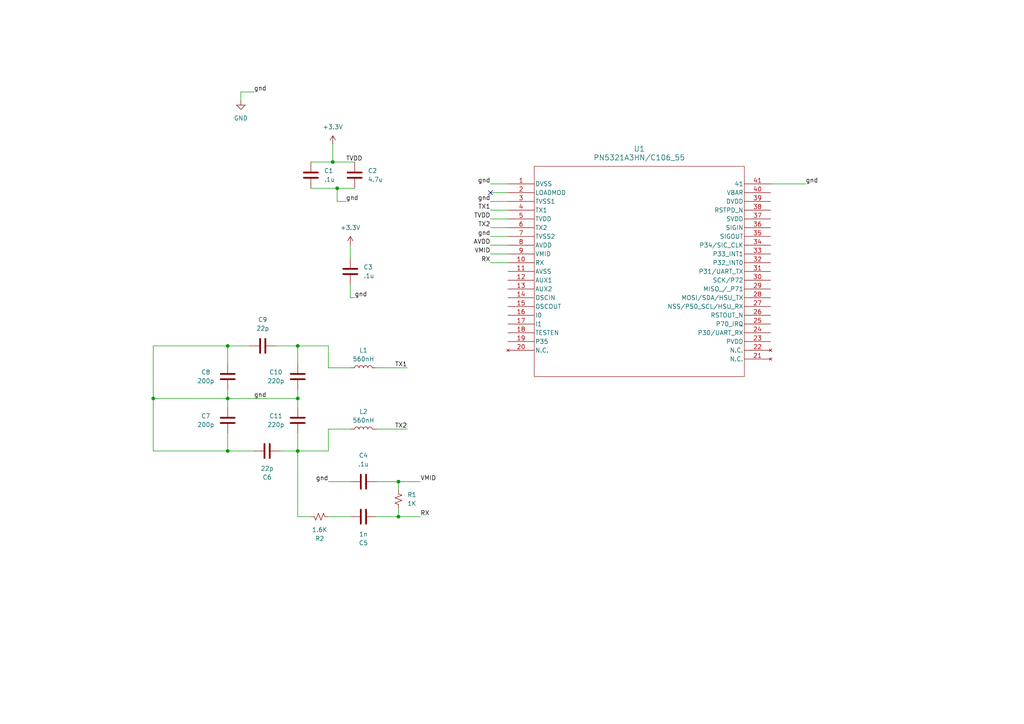
<source format=kicad_sch>
(kicad_sch (version 20231120) (generator "eeschema") (generator_version "8.0")
  (paper "A4")
  (lib_symbols
    (symbol "Device:C" (pin_numbers hide) (pin_names (offset 0.254))
      (property "Reference" "C" (at 0.635 2.54 0))
      (property "Value" "C" (at 0.635 -2.54 0))
      (symbol "C_0_1"
        (polyline (pts (xy -2.032 -0.762) (xy 2.032 -0.762)) (stroke (width 0.508)))
        (polyline (pts (xy -2.032 0.762) (xy 2.032 0.762)) (stroke (width 0.508)))
      )
      (symbol "C_1_1"
        (pin passive line (at 0 3.81 270) (length 2.794) (name "~") (number "1"))
        (pin passive line (at 0 -3.81 90) (length 2.794) (name "~") (number "2"))
      )
    )
    (symbol "Device:L" (pin_numbers hide) (pin_names (offset 1.016) hide)
      (property "Reference" "L" (at -1.27 0 90))
      (property "Value" "L" (at 1.905 0 90))
      (symbol "L_0_1"
        (arc (start 0 -2.54) (mid 0.6323 -1.905) (end 0 -1.27))
        (arc (start 0 -1.27) (mid 0.6323 -0.635) (end 0 0))
        (arc (start 0 0) (mid 0.6323 0.635) (end 0 1.27))
        (arc (start 0 1.27) (mid 0.6323 1.905) (end 0 2.54))
      )
      (symbol "L_1_1"
        (pin passive line (at 0 3.81 270) (length 1.27) (name "1") (number "1"))
        (pin passive line (at 0 -3.81 90) (length 1.27) (name "2") (number "2"))
      )
    )
    (symbol "Device:R_Small_US" (pin_numbers hide) (pin_names (offset 0.254) hide)
      (property "Reference" "R" (at 0.762 0.508 0))
      (property "Value" "R_Small_US" (at 0.762 -1.016 0))
      (symbol "R_Small_US_1_1"
        (polyline (pts (xy 0 0) (xy 1.016 -0.381) (xy 0 -0.762) (xy -1.016 -1.143) (xy 0 -1.524)))
        (polyline (pts (xy 0 1.524) (xy 1.016 1.143) (xy 0 0.762) (xy -1.016 0.381) (xy 0 0)))
        (pin passive line (at 0 2.54 270) (length 1.016) (name "~") (number "1"))
        (pin passive line (at 0 -2.54 90) (length 1.016) (name "~") (number "2"))
      )
    )
    (symbol "Orb_library:PN5321A3HN_C106_55" (pin_names (offset 0.254))
      (property "Reference" "U" (at 38.1 10.16 0))
      (property "Value" "PN5321A3HN/C106_55" (at 38.1 7.62 0))
      (symbol "PN5321A3HN_C106_55_0_1"
        (polyline (pts (xy 7.62 -55.88) (xy 68.58 -55.88)) (stroke (width 0.127)))
        (polyline (pts (xy 7.62 5.08) (xy 7.62 -55.88)) (stroke (width 0.127)))
        (polyline (pts (xy 68.58 -55.88) (xy 68.58 5.08)) (stroke (width 0.127)))
        (polyline (pts (xy 68.58 5.08) (xy 7.62 5.08)) (stroke (width 0.127)))
        (pin power_out line (at 0 0 0) (length 7.62) (name "DVSS") (number "1"))
        (pin input line (at 0 -22.86 0) (length 7.62) (name "RX") (number "10"))
        (pin power_out line (at 0 -25.4 0) (length 7.62) (name "AVSS") (number "11"))
        (pin bidirectional line (at 0 -27.94 0) (length 7.62) (name "AUX1") (number "12"))
        (pin bidirectional line (at 0 -30.48 0) (length 7.62) (name "AUX2") (number "13"))
        (pin input line (at 0 -33.02 0) (length 7.62) (name "OSCIN") (number "14"))
        (pin output line (at 0 -35.56 0) (length 7.62) (name "OSCOUT") (number "15"))
        (pin input line (at 0 -38.1 0) (length 7.62) (name "I0") (number "16"))
        (pin input line (at 0 -40.64 0) (length 7.62) (name "I1") (number "17"))
        (pin input line (at 0 -43.18 0) (length 7.62) (name "TESTEN") (number "18"))
        (pin bidirectional line (at 0 -45.72 0) (length 7.62) (name "P35") (number "19"))
        (pin output line (at 0 -2.54 0) (length 7.62) (name "LOADMOD") (number "2"))
        (pin no_connect line (at 0 -48.26 0) (length 7.62) (name "N.C.") (number "20"))
        (pin no_connect line (at 76.2 -50.8 180) (length 7.62) (name "N.C.") (number "21"))
        (pin no_connect line (at 76.2 -48.26 180) (length 7.62) (name "N.C.") (number "22"))
        (pin power_in line (at 76.2 -45.72 180) (length 7.62) (name "PVDD") (number "23"))
        (pin bidirectional line (at 76.2 -43.18 180) (length 7.62) (name "P30/UART_RX") (number "24"))
        (pin bidirectional line (at 76.2 -40.64 180) (length 7.62) (name "P70_IRQ") (number "25"))
        (pin output line (at 76.2 -38.1 180) (length 7.62) (name "RSTOUT_N") (number "26"))
        (pin bidirectional line (at 76.2 -35.56 180) (length 7.62) (name "NSS/P50_SCL/HSU_RX") (number "27"))
        (pin bidirectional line (at 76.2 -33.02 180) (length 7.62) (name "MOSI/SDA/HSU_TX") (number "28"))
        (pin bidirectional line (at 76.2 -30.48 180) (length 7.62) (name "MISO_/_P71") (number "29"))
        (pin power_out line (at 0 -5.08 0) (length 7.62) (name "TVSS1") (number "3"))
        (pin bidirectional line (at 76.2 -27.94 180) (length 7.62) (name "SCK/P72") (number "30"))
        (pin bidirectional line (at 76.2 -25.4 180) (length 7.62) (name "P31/UART_TX") (number "31"))
        (pin bidirectional line (at 76.2 -22.86 180) (length 7.62) (name "P32_INT0") (number "32"))
        (pin bidirectional line (at 76.2 -20.32 180) (length 7.62) (name "P33_INT1") (number "33"))
        (pin bidirectional line (at 76.2 -17.78 180) (length 7.62) (name "P34/SIC_CLK") (number "34"))
        (pin output line (at 76.2 -15.24 180) (length 7.62) (name "SIGOUT") (number "35"))
        (pin input line (at 76.2 -12.7 180) (length 7.62) (name "SIGIN") (number "36"))
        (pin power_in line (at 76.2 -10.16 180) (length 7.62) (name "SVDD") (number "37"))
        (pin input line (at 76.2 -7.62 180) (length 7.62) (name "RSTPD_N") (number "38"))
        (pin power_in line (at 76.2 -5.08 180) (length 7.62) (name "DVDD") (number "39"))
        (pin bidirectional line (at 0 -7.62 0) (length 7.62) (name "TX1") (number "4"))
        (pin power_in line (at 76.2 -2.54 180) (length 7.62) (name "VBAR") (number "40"))
        (pin unspecified line (at 76.2 0 180) (length 7.62) (name "41") (number "41"))
        (pin power_in line (at 0 -10.16 0) (length 7.62) (name "TVDD") (number "5"))
        (pin bidirectional line (at 0 -12.7 0) (length 7.62) (name "TX2") (number "6"))
        (pin power_out line (at 0 -15.24 0) (length 7.62) (name "TVSS2") (number "7"))
        (pin power_in line (at 0 -17.78 0) (length 7.62) (name "AVDD") (number "8"))
        (pin output line (at 0 -20.32 0) (length 7.62) (name "VMID") (number "9"))
      )
    )
    (symbol "power:+3.3V" (power) (pin_numbers hide) (pin_names (offset 0) hide)
      (property "Value" "+3.3V" (at 0 3.556 0))
      (symbol "+3.3V_0_1"
        (polyline (pts (xy -0.762 1.27) (xy 0 2.54)))
        (polyline (pts (xy 0 0) (xy 0 2.54)))
        (polyline (pts (xy 0 2.54) (xy 0.762 1.27)))
      )
      (symbol "+3.3V_1_1"
        (pin power_in line (at 0 0 90) (length 0) (name "~") (number "1"))
      )
    )
    (symbol "power:GND" (power) (pin_numbers hide) (pin_names (offset 0) hide)
      (property "Value" "GND" (at 0 -3.81 0))
      (symbol "GND_0_1"
        (polyline (pts (xy 0 0) (xy 0 -1.27) (xy 1.27 -1.27) (xy 0 -2.54) (xy -1.27 -1.27) (xy 0 -1.27)))
      )
      (symbol "GND_1_1"
        (pin power_in line (at 0 0 270) (length 0) (name "~") (number "1"))
      )
    )
  )
  (junction (at 86.36 100.33))
  (junction (at 66.04 130.81))
  (junction (at 44.45 115.57))
  (junction (at 86.36 130.81))
  (junction (at 66.04 100.33))
  (junction (at 115.57 139.7))
  (junction (at 97.79 54.61))
  (junction (at 115.57 149.86))
  (junction (at 96.52 46.99))
  (junction (at 66.04 115.57))
  (junction (at 86.36 115.57))
  (no_connect (at 142.24 55.88))
  (wire (pts (xy 102.87 54.61) (xy 97.79 54.61)))
  (wire (pts (xy 95.25 106.68) (xy 95.25 100.33)))
  (wire (pts (xy 66.04 100.33) (xy 44.45 100.33)))
  (wire (pts (xy 142.24 53.34) (xy 147.32 53.34)))
  (wire (pts (xy 66.04 115.57) (xy 44.45 115.57)))
  (wire (pts (xy 142.24 76.2) (xy 147.32 76.2)))
  (wire (pts (xy 72.39 100.33) (xy 66.04 100.33)))
  (wire (pts (xy 97.79 54.61) (xy 90.17 54.61)))
  (wire (pts (xy 142.24 63.5) (xy 147.32 63.5)))
  (wire (pts (xy 115.57 139.7) (xy 115.57 142.24)))
  (wire (pts (xy 66.04 105.41) (xy 66.04 100.33)))
  (wire (pts (xy 102.87 46.99) (xy 96.52 46.99)))
  (wire (pts (xy 142.24 58.42) (xy 147.32 58.42)))
  (wire (pts (xy 66.04 113.03) (xy 66.04 115.57)))
  (wire (pts (xy 81.28 130.81) (xy 86.36 130.81)))
  (wire (pts (xy 86.36 115.57) (xy 86.36 118.11)))
  (wire (pts (xy 109.22 124.46) (xy 118.11 124.46)))
  (wire (pts (xy 66.04 118.11) (xy 66.04 115.57)))
  (wire (pts (xy 95.25 149.86) (xy 101.6 149.86)))
  (wire (pts (xy 86.36 113.03) (xy 86.36 115.57)))
  (wire (pts (xy 44.45 115.57) (xy 44.45 130.81)))
  (wire (pts (xy 142.24 68.58) (xy 147.32 68.58)))
  (wire (pts (xy 80.01 100.33) (xy 86.36 100.33)))
  (wire (pts (xy 101.6 71.12) (xy 101.6 74.93)))
  (wire (pts (xy 96.52 46.99) (xy 90.17 46.99)))
  (wire (pts (xy 95.25 130.81) (xy 95.25 124.46)))
  (wire (pts (xy 86.36 100.33) (xy 86.36 105.41)))
  (wire (pts (xy 142.24 73.66) (xy 147.32 73.66)))
  (wire (pts (xy 96.52 41.91) (xy 96.52 46.99)))
  (wire (pts (xy 95.25 124.46) (xy 101.6 124.46)))
  (wire (pts (xy 95.25 100.33) (xy 86.36 100.33)))
  (wire (pts (xy 69.85 26.67) (xy 69.85 29.21)))
  (wire (pts (xy 109.22 149.86) (xy 115.57 149.86)))
  (wire (pts (xy 66.04 115.57) (xy 86.36 115.57)))
  (wire (pts (xy 97.79 58.42) (xy 100.33 58.42)))
  (wire (pts (xy 109.22 106.68) (xy 118.11 106.68)))
  (wire (pts (xy 69.85 26.67) (xy 73.66 26.67)))
  (wire (pts (xy 97.79 54.61) (xy 97.79 58.42)))
  (wire (pts (xy 223.52 53.34) (xy 233.68 53.34)))
  (wire (pts (xy 66.04 125.73) (xy 66.04 130.81)))
  (wire (pts (xy 44.45 130.81) (xy 66.04 130.81)))
  (wire (pts (xy 142.24 60.96) (xy 147.32 60.96)))
  (wire (pts (xy 86.36 125.73) (xy 86.36 130.81)))
  (wire (pts (xy 66.04 130.81) (xy 73.66 130.81)))
  (wire (pts (xy 90.17 149.86) (xy 86.36 149.86)))
  (wire (pts (xy 142.24 66.04) (xy 147.32 66.04)))
  (wire (pts (xy 121.92 139.7) (xy 115.57 139.7)))
  (wire (pts (xy 142.24 55.88) (xy 147.32 55.88)))
  (wire (pts (xy 86.36 130.81) (xy 95.25 130.81)))
  (wire (pts (xy 115.57 149.86) (xy 121.92 149.86)))
  (wire (pts (xy 101.6 106.68) (xy 95.25 106.68)))
  (wire (pts (xy 95.25 139.7) (xy 101.6 139.7)))
  (wire (pts (xy 86.36 130.81) (xy 86.36 149.86)))
  (wire (pts (xy 101.6 86.36) (xy 102.87 86.36)))
  (wire (pts (xy 142.24 71.12) (xy 147.32 71.12)))
  (wire (pts (xy 115.57 147.32) (xy 115.57 149.86)))
  (wire (pts (xy 109.22 139.7) (xy 115.57 139.7)))
  (wire (pts (xy 44.45 100.33) (xy 44.45 115.57)))
  (wire (pts (xy 101.6 82.55) (xy 101.6 86.36)))
  (label "gnd" (at 100.33 58.42 0))
  (label "gnd" (at 142.24 53.34 180))
  (label "AVDD" (at 142.24 71.12 180))
  (label "gnd" (at 102.87 86.36 0))
  (label "TX1" (at 118.11 106.68 180))
  (label "TX2" (at 142.24 66.04 180))
  (label "VMID" (at 142.24 73.66 180))
  (label "gnd" (at 233.68 53.34 0))
  (label "gnd" (at 73.66 115.57 0))
  (label "gnd" (at 73.66 26.67 0))
  (label "gnd" (at 95.25 139.7 180))
  (label "TVDD" (at 100.33 46.99 0))
  (label "gnd" (at 142.24 68.58 180))
  (label "TX2" (at 118.11 124.46 180))
  (label "VMID" (at 121.92 139.7 0))
  (label "TVDD" (at 142.24 63.5 180))
  (label "RX" (at 121.92 149.86 0))
  (label "TX1" (at 142.24 60.96 180))
  (label "gnd" (at 142.24 58.42 180))
  (label "RX" (at 142.24 76.2 180))
  (symbol (lib_id "Device:C") (at 86.36 121.92 0) (mirror y) (unit 1)
    (property "Reference" "C11" (at 80.01 120.65 0))
    (property "Value" "220p" (at 80.01 123.19 0))
    (property "Description" "Unpolarized capacitor" (effects (hide yes)))
  )
  (symbol (lib_id "Device:R_Small_US") (at 115.57 144.78 0) (unit 1)
    (property "Reference" "R1" (at 118.11 143.5099 0) (effects (justify left)))
    (property "Value" "1K" (at 118.11 146.0499 0) (effects (justify left)))
    (property "Description" "Resistor, small US symbol" (effects (hide yes)))
  )
  (symbol (lib_id "Device:C") (at 77.47 130.81 90) (mirror x) (unit 1)
    (property "Reference" "C6" (at 77.47 138.43 90))
    (property "Value" "22p" (at 77.47 135.89 90))
    (property "Description" "Unpolarized capacitor" (effects (hide yes)))
  )
  (symbol (lib_id "Device:C") (at 66.04 121.92 0) (mirror y) (unit 1)
    (property "Reference" "C7" (at 59.69 120.65 0))
    (property "Value" "200p" (at 59.69 123.19 0))
    (property "Description" "Unpolarized capacitor" (effects (hide yes)))
  )
  (symbol (lib_id "Device:C") (at 105.41 149.86 90) (mirror x) (unit 1)
    (property "Reference" "C5" (at 105.41 157.48 90))
    (property "Value" "1n" (at 105.41 154.94 90))
    (property "Description" "Unpolarized capacitor" (effects (hide yes)))
  )
  (symbol (lib_id "power:+3.3V") (at 96.52 41.91 0) (unit 1)
    (property "Reference" "#PWR02" (effects (hide yes)))
    (property "Value" "+3.3V" (at 96.52 36.83 0))
    (property "Description" "Power symbol creates a global label with name \"+3.3V\"" (effects (hide yes)))
  )
  (symbol (lib_id "power:GND") (at 69.85 29.21 0) (unit 1)
    (property "Reference" "#PWR01" (effects (hide yes)))
    (property "Value" "GND" (at 69.85 34.29 0))
    (property "Description" "Power symbol creates a global label with name \"GND\" , ground" (effects (hide yes)))
  )
  (symbol (lib_id "Device:C") (at 90.17 50.8 0) (unit 1)
    (property "Reference" "C1" (at 93.98 49.5299 0) (effects (justify left)))
    (property "Value" ".1u" (at 93.98 52.0699 0) (effects (justify left)))
    (property "Description" "Unpolarized capacitor" (effects (hide yes)))
  )
  (symbol (lib_id "Device:C") (at 105.41 139.7 270) (unit 1)
    (property "Reference" "C4" (at 105.41 132.08 90))
    (property "Value" ".1u" (at 105.41 134.62 90))
    (property "Description" "Unpolarized capacitor" (effects (hide yes)))
  )
  (symbol (lib_id "Device:C") (at 102.87 50.8 0) (unit 1)
    (property "Reference" "C2" (at 106.68 49.5299 0) (effects (justify left)))
    (property "Value" "4.7u" (at 106.68 52.0699 0) (effects (justify left)))
    (property "Description" "Unpolarized capacitor" (effects (hide yes)))
  )
  (symbol (lib_id "Orb_library:PN5321A3HN_C106_55") (at 147.32 53.34 0) (unit 1)
    (property "Reference" "U1" (at 185.42 43.18 0) (effects (font (size 1.524 1.524))))
    (property "Value" "PN5321A3HN/C106_55" (at 185.42 45.72 0) (effects (font (size 1.524 1.524))))
    (property "Footprint" "HVQFN40_SOT618-1_NXP" (effects (hide yes)))
    (property "Datasheet" "PN5321A3HN/C106_55" (effects (hide yes)))
  )
  (symbol (lib_id "power:+3.3V") (at 101.6 71.12 0) (unit 1)
    (property "Reference" "#PWR03" (effects (hide yes)))
    (property "Value" "+3.3V" (at 101.6 66.04 0))
    (property "Description" "Power symbol creates a global label with name \"+3.3V\"" (effects (hide yes)))
  )
  (symbol (lib_id "Device:C") (at 76.2 100.33 90) (unit 1)
    (property "Reference" "C9" (at 76.2 92.71 90))
    (property "Value" "22p" (at 76.2 95.25 90))
    (property "Description" "Unpolarized capacitor" (effects (hide yes)))
  )
  (symbol (lib_id "Device:C") (at 86.36 109.22 0) (mirror y) (unit 1)
    (property "Reference" "C10" (at 80.01 107.95 0))
    (property "Value" "220p" (at 80.01 110.49 0))
    (property "Description" "Unpolarized capacitor" (effects (hide yes)))
  )
  (symbol (lib_id "Device:L") (at 105.41 106.68 90) (unit 1)
    (property "Reference" "L1" (at 105.41 101.6 90))
    (property "Value" "560nH" (at 105.41 104.14 90))
    (property "Description" "Inductor" (effects (hide yes)))
  )
  (symbol (lib_id "Device:C") (at 101.6 78.74 0) (unit 1)
    (property "Reference" "C3" (at 105.41 77.4699 0) (effects (justify left)))
    (property "Value" ".1u" (at 105.41 80.0099 0) (effects (justify left)))
    (property "Description" "Unpolarized capacitor" (effects (hide yes)))
  )
  (symbol (lib_id "Device:L") (at 105.41 124.46 90) (unit 1)
    (property "Reference" "L2" (at 105.41 119.38 90))
    (property "Value" "560nH" (at 105.41 121.92 90))
    (property "Description" "Inductor" (effects (hide yes)))
  )
  (symbol (lib_id "Device:C") (at 66.04 109.22 0) (mirror y) (unit 1)
    (property "Reference" "C8" (at 59.69 107.95 0))
    (property "Value" "200p" (at 59.69 110.49 0))
    (property "Description" "Unpolarized capacitor" (effects (hide yes)))
  )
  (symbol (lib_id "Device:R_Small_US") (at 92.71 149.86 90) (mirror x) (unit 1)
    (property "Reference" "R2" (at 92.71 156.21 90))
    (property "Value" "1.6K" (at 92.71 153.67 90))
    (property "Description" "Resistor, small US symbol" (effects (hide yes)))
  )
)
</source>
